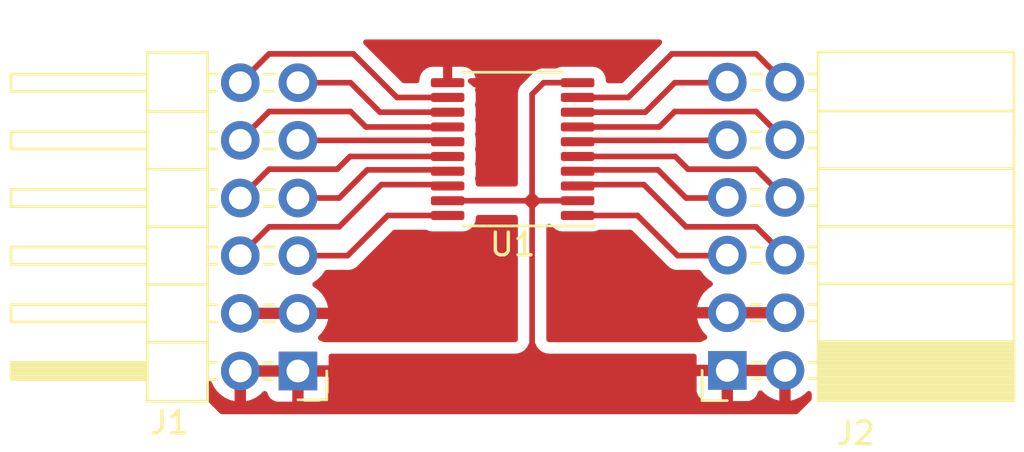
<source format=kicad_pcb>
(kicad_pcb (version 20221018) (generator pcbnew)
  (layers (0 "F.Cu" signal) (31 "B.Cu" signal) (34 "B.Paste" user) (35 "F.Paste" user) (36 "B.SilkS" user "B.Silkscreen") (37 "F.SilkS" user "F.Silkscreen") (38 "B.Mask" user) (39 "F.Mask" user) (44 "Edge.Cuts" user))
  (net 0 "")
  (net 1 "+3V3")
  (net 2 "GND")
  (net 3 "Net-(J1-Pin_5)")
  (net 4 "Net-(J1-Pin_6)")
  (net 5 "Net-(J1-Pin_7)")
  (net 6 "Net-(J1-Pin_8)")
  (net 7 "Net-(J1-Pin_9)")
  (net 8 "Net-(J1-Pin_10)")
  (net 9 "Net-(J1-Pin_11)")
  (net 10 "Net-(J1-Pin_12)")
  (net 11 "Net-(J2-Pin_5)")
  (net 12 "Net-(J2-Pin_6)")
  (net 13 "Net-(J2-Pin_7)")
  (net 14 "Net-(J2-Pin_8)")
  (net 15 "Net-(J2-Pin_9)")
  (net 16 "Net-(J2-Pin_10)")
  (net 17 "Net-(J2-Pin_11)")
  (net 18 "Net-(J2-Pin_12)")
  (footprint "Package_SO:TSSOP-20_4.4x6.5mm_P0.65mm" (layer "F.Cu") (at 127.1575 79.125 180)
    (fp_text reference "U1" (at 0 -4.2) (layer "F.SilkS"))
    (fp_text value "TXB0108PWR")
    (fp_line (start 0 -3.385) (end -3.6 -3.385) (stroke (width 0.12)) (layer "F.SilkS"))
    (fp_line (start 0 -3.385) (end 2.2 -3.385) (stroke (width 0.12)) (layer "F.SilkS"))
    (fp_line (start 0 3.385) (end -2.2 3.385) (stroke (width 0.12)) (layer "F.SilkS"))
    (fp_line (start 0 3.385) (end 2.2 3.385) (stroke (width 0.12)) (layer "F.SilkS"))
    (pad "1" smd roundrect (at -2.8625 -2.925 180) (size 1.475 0.4) (layers "F.Cu" "F.Paste" "F.Mask") (net 11 "Net-(J2-Pin_5)"))
    (pad "2" smd roundrect (at -2.8625 -2.275 180) (size 1.475 0.4) (layers "F.Cu" "F.Paste" "F.Mask") (net 1 "+3V3"))
    (pad "3" smd roundrect (at -2.8625 -1.625 180) (size 1.475 0.4) (layers "F.Cu" "F.Paste" "F.Mask") (net 12 "Net-(J2-Pin_6)"))
    (pad "4" smd roundrect (at -2.8625 -0.975 180) (size 1.475 0.4) (layers "F.Cu" "F.Paste" "F.Mask") (net 13 "Net-(J2-Pin_7)"))
    (pad "5" smd roundrect (at -2.8625 -0.325 180) (size 1.475 0.4) (layers "F.Cu" "F.Paste" "F.Mask") (net 14 "Net-(J2-Pin_8)"))
    (pad "6" smd roundrect (at -2.8625 0.325 180) (size 1.475 0.4) (layers "F.Cu" "F.Paste" "F.Mask") (net 15 "Net-(J2-Pin_9)"))
    (pad "7" smd roundrect (at -2.8625 0.975 180) (size 1.475 0.4) (layers "F.Cu" "F.Paste" "F.Mask") (net 16 "Net-(J2-Pin_10)"))
    (pad "8" smd roundrect (at -2.8625 1.625 180) (size 1.475 0.4) (layers "F.Cu" "F.Paste" "F.Mask") (net 17 "Net-(J2-Pin_11)"))
    (pad "9" smd roundrect (at -2.8625 2.275 180) (size 1.475 0.4) (layers "F.Cu" "F.Paste" "F.Mask") (net 18 "Net-(J2-Pin_12)"))
    (pad "10" smd roundrect (at -2.8625 2.925 180) (size 1.475 0.4) (layers "F.Cu" "F.Paste" "F.Mask") (net 1 "+3V3"))
    (pad "11" smd roundrect (at 2.8625 2.925 180) (size 1.475 0.4) (layers "F.Cu" "F.Paste" "F.Mask") (net 2 "GND"))
    (pad "12" smd roundrect (at 2.8625 2.275 180) (size 1.475 0.4) (layers "F.Cu" "F.Paste" "F.Mask") (net 10 "Net-(J1-Pin_12)"))
    (pad "13" smd roundrect (at 2.8625 1.625 180) (size 1.475 0.4) (layers "F.Cu" "F.Paste" "F.Mask") (net 9 "Net-(J1-Pin_11)"))
    (pad "14" smd roundrect (at 2.8625 0.975 180) (size 1.475 0.4) (layers "F.Cu" "F.Paste" "F.Mask") (net 8 "Net-(J1-Pin_10)"))
    (pad "15" smd roundrect (at 2.8625 0.325 180) (size 1.475 0.4) (layers "F.Cu" "F.Paste" "F.Mask") (net 7 "Net-(J1-Pin_9)"))
    (pad "16" smd roundrect (at 2.8625 -0.325 180) (size 1.475 0.4) (layers "F.Cu" "F.Paste" "F.Mask") (net 6 "Net-(J1-Pin_8)"))
    (pad "17" smd roundrect (at 2.8625 -0.975 180) (size 1.475 0.4) (layers "F.Cu" "F.Paste" "F.Mask") (net 5 "Net-(J1-Pin_7)"))
    (pad "18" smd roundrect (at 2.8625 -1.625 180) (size 1.475 0.4) (layers "F.Cu" "F.Paste" "F.Mask") (net 4 "Net-(J1-Pin_6)"))
    (pad "19" smd roundrect (at 2.8625 -2.275 180) (size 1.475 0.4) (layers "F.Cu" "F.Paste" "F.Mask") (net 1 "+3V3"))
    (pad "20" smd roundrect (at 2.8625 -2.925 180) (size 1.475 0.4) (layers "F.Cu" "F.Paste" "F.Mask") (net 3 "Net-(J1-Pin_5)"))
  )
  (footprint "Connector_PinHeader_2.54mm:PinHeader_2x06_P2.54mm_Horizontal" (layer "F.Cu") (at 117.7 88.9 180)
    (fp_text reference "J1" (at 5.655 -2.27) (layer "F.SilkS"))
    (fp_text value "Conn_01x12")
    (fp_line (start -1.27 -1.27) (end 0 -1.27) (stroke (width 0.12)) (layer "F.SilkS"))
    (fp_line (start -1.27 0) (end -1.27 -1.27) (stroke (width 0.12)) (layer "F.SilkS"))
    (fp_line (start 1.042929 2.16) (end 1.497071 2.16) (stroke (width 0.12)) (layer "F.SilkS"))
    (fp_line (start 1.042929 2.92) (end 1.497071 2.92) (stroke (width 0.12)) (layer "F.SilkS"))
    (fp_line (start 1.042929 4.7) (end 1.497071 4.7) (stroke (width 0.12)) (layer "F.SilkS"))
    (fp_line (start 1.042929 5.46) (end 1.497071 5.46) (stroke (width 0.12)) (layer "F.SilkS"))
    (fp_line (start 1.042929 7.24) (end 1.497071 7.24) (stroke (width 0.12)) (layer "F.SilkS"))
    (fp_line (start 1.042929 8) (end 1.497071 8) (stroke (width 0.12)) (layer "F.SilkS"))
    (fp_line (start 1.042929 9.78) (end 1.497071 9.78) (stroke (width 0.12)) (layer "F.SilkS"))
    (fp_line (start 1.042929 10.54) (end 1.497071 10.54) (stroke (width 0.12)) (layer "F.SilkS"))
    (fp_line (start 1.042929 12.32) (end 1.497071 12.32) (stroke (width 0.12)) (layer "F.SilkS"))
    (fp_line (start 1.042929 13.08) (end 1.497071 13.08) (stroke (width 0.12)) (layer "F.SilkS"))
    (fp_line (start 1.11 -0.38) (end 1.497071 -0.38) (stroke (width 0.12)) (layer "F.SilkS"))
    (fp_line (start 1.11 0.38) (end 1.497071 0.38) (stroke (width 0.12)) (layer "F.SilkS"))
    (fp_line (start 3.582929 -0.38) (end 3.98 -0.38) (stroke (width 0.12)) (layer "F.SilkS"))
    (fp_line (start 3.582929 0.38) (end 3.98 0.38) (stroke (width 0.12)) (layer "F.SilkS"))
    (fp_line (start 3.582929 2.16) (end 3.98 2.16) (stroke (width 0.12)) (layer "F.SilkS"))
    (fp_line (start 3.582929 2.92) (end 3.98 2.92) (stroke (width 0.12)) (layer "F.SilkS"))
    (fp_line (start 3.582929 4.7) (end 3.98 4.7) (stroke (width 0.12)) (layer "F.SilkS"))
    (fp_line (start 3.582929 5.46) (end 3.98 5.46) (stroke (width 0.12)) (layer "F.SilkS"))
    (fp_line (start 3.582929 7.24) (end 3.98 7.24) (stroke (width 0.12)) (layer "F.SilkS"))
    (fp_line (start 3.582929 8) (end 3.98 8) (stroke (width 0.12)) (layer "F.SilkS"))
    (fp_line (start 3.582929 9.78) (end 3.98 9.78) (stroke (width 0.12)) (layer "F.SilkS"))
    (fp_line (start 3.582929 10.54) (end 3.98 10.54) (stroke (width 0.12)) (layer "F.SilkS"))
    (fp_line (start 3.582929 12.32) (end 3.98 12.32) (stroke (width 0.12)) (layer "F.SilkS"))
    (fp_line (start 3.582929 13.08) (end 3.98 13.08) (stroke (width 0.12)) (layer "F.SilkS"))
    (fp_line (start 3.98 -1.33) (end 3.98 14.03) (stroke (width 0.12)) (layer "F.SilkS"))
    (fp_line (start 3.98 1.27) (end 6.64 1.27) (stroke (width 0.12)) (layer "F.SilkS"))
    (fp_line (start 3.98 3.81) (end 6.64 3.81) (stroke (width 0.12)) (layer "F.SilkS"))
    (fp_line (start 3.98 6.35) (end 6.64 6.35) (stroke (width 0.12)) (layer "F.SilkS"))
    (fp_line (start 3.98 8.89) (end 6.64 8.89) (stroke (width 0.12)) (layer "F.SilkS"))
    (fp_line (start 3.98 11.43) (end 6.64 11.43) (stroke (width 0.12)) (layer "F.SilkS"))
    (fp_line (start 3.98 14.03) (end 6.64 14.03) (stroke (width 0.12)) (layer "F.SilkS"))
    (fp_line (start 6.64 -1.33) (end 3.98 -1.33) (stroke (width 0.12)) (layer "F.SilkS"))
    (fp_line (start 6.64 -0.38) (end 12.64 -0.38) (stroke (width 0.12)) (layer "F.SilkS"))
    (fp_line (start 6.64 -0.32) (end 12.64 -0.32) (stroke (width 0.12)) (layer "F.SilkS"))
    (fp_line (start 6.64 -0.2) (end 12.64 -0.2) (stroke (width 0.12)) (layer "F.SilkS"))
    (fp_line (start 6.64 -0.08) (end 12.64 -0.08) (stroke (width 0.12)) (layer "F.SilkS"))
    (fp_line (start 6.64 0.04) (end 12.64 0.04) (stroke (width 0.12)) (layer "F.SilkS"))
    (fp_line (start 6.64 0.16) (end 12.64 0.16) (stroke (width 0.12)) (layer "F.SilkS"))
    (fp_line (start 6.64 0.28) (end 12.64 0.28) (stroke (width 0.12)) (layer "F.SilkS"))
    (fp_line (start 6.64 2.16) (end 12.64 2.16) (stroke (width 0.12)) (layer "F.SilkS"))
    (fp_line (start 6.64 4.7) (end 12.64 4.7) (stroke (width 0.12)) (layer "F.SilkS"))
    (fp_line (start 6.64 7.24) (end 12.64 7.24) (stroke (width 0.12)) (layer "F.SilkS"))
    (fp_line (start 6.64 9.78) (end 12.64 9.78) (stroke (width 0.12)) (layer "F.SilkS"))
    (fp_line (start 6.64 12.32) (end 12.64 12.32) (stroke (width 0.12)) (layer "F.SilkS"))
    (fp_line (start 6.64 14.03) (end 6.64 -1.33) (stroke (width 0.12)) (layer "F.SilkS"))
    (fp_line (start 12.64 -0.38) (end 12.64 0.38) (stroke (width 0.12)) (layer "F.SilkS"))
    (fp_line (start 12.64 0.38) (end 6.64 0.38) (stroke (width 0.12)) (layer "F.SilkS"))
    (fp_line (start 12.64 2.16) (end 12.64 2.92) (stroke (width 0.12)) (layer "F.SilkS"))
    (fp_line (start 12.64 2.92) (end 6.64 2.92) (stroke (width 0.12)) (layer "F.SilkS"))
    (fp_line (start 12.64 4.7) (end 12.64 5.46) (stroke (width 0.12)) (layer "F.SilkS"))
    (fp_line (start 12.64 5.46) (end 6.64 5.46) (stroke (width 0.12)) (layer "F.SilkS"))
    (fp_line (start 12.64 7.24) (end 12.64 8) (stroke (width 0.12)) (layer "F.SilkS"))
    (fp_line (start 12.64 8) (end 6.64 8) (stroke (width 0.12)) (layer "F.SilkS"))
    (fp_line (start 12.64 9.78) (end 12.64 10.54) (stroke (width 0.12)) (layer "F.SilkS"))
    (fp_line (start 12.64 10.54) (end 6.64 10.54) (stroke (width 0.12)) (layer "F.SilkS"))
    (fp_line (start 12.64 12.32) (end 12.64 13.08) (stroke (width 0.12)) (layer "F.SilkS"))
    (fp_line (start 12.64 13.08) (end 6.64 13.08) (stroke (width 0.12)) (layer "F.SilkS"))
    (pad "1" thru_hole rect locked (at 0 0 180) (size 1.7 1.7) (drill 1) (layers "*.Cu" "*.Mask") (net 1 "+3V3"))
    (pad "2" thru_hole oval locked (at 2.54 0 180) (size 1.7 1.7) (drill 1) (layers "*.Cu" "*.Mask") (net 1 "+3V3"))
    (pad "3" thru_hole oval locked (at 0 2.54 180) (size 1.7 1.7) (drill 1) (layers "*.Cu" "*.Mask") (net 2 "GND"))
    (pad "4" thru_hole oval locked (at 2.54 2.54 180) (size 1.7 1.7) (drill 1) (layers "*.Cu" "*.Mask") (net 2 "GND"))
    (pad "5" thru_hole oval locked (at 0 5.08 180) (size 1.7 1.7) (drill 1) (layers "*.Cu" "*.Mask") (net 3 "Net-(J1-Pin_5)"))
    (pad "6" thru_hole oval locked (at 2.54 5.08 180) (size 1.7 1.7) (drill 1) (layers "*.Cu" "*.Mask") (net 4 "Net-(J1-Pin_6)"))
    (pad "7" thru_hole oval locked (at 0 7.62 180) (size 1.7 1.7) (drill 1) (layers "*.Cu" "*.Mask") (net 5 "Net-(J1-Pin_7)"))
    (pad "8" thru_hole oval locked (at 2.54 7.62 180) (size 1.7 1.7) (drill 1) (layers "*.Cu" "*.Mask") (net 6 "Net-(J1-Pin_8)"))
    (pad "9" thru_hole oval locked (at 0 10.16 180) (size 1.7 1.7) (drill 1) (layers "*.Cu" "*.Mask") (net 7 "Net-(J1-Pin_9)"))
    (pad "10" thru_hole oval locked (at 2.54 10.16 180) (size 1.7 1.7) (drill 1) (layers "*.Cu" "*.Mask") (net 8 "Net-(J1-Pin_10)"))
    (pad "11" thru_hole oval locked (at 0 12.7 180) (size 1.7 1.7) (drill 1) (layers "*.Cu" "*.Mask") (net 9 "Net-(J1-Pin_11)"))
    (pad "12" thru_hole oval locked (at 2.54 12.7 180) (size 1.7 1.7) (drill 1) (layers "*.Cu" "*.Mask") (net 10 "Net-(J1-Pin_12)"))
  )
  (footprint "Connector_PinSocket_2.54mm:PinSocket_2x06_P2.54mm_Horizontal" (layer "F.Cu") (at 136.615 88.875 180)
    (fp_text reference "J2" (at -5.65 -2.77) (layer "F.SilkS"))
    (fp_text value "Conn_01x12")
    (fp_line (start -12.63 -1.33) (end -12.63 14.03) (stroke (width 0.12)) (layer "F.SilkS"))
    (fp_line (start -12.63 -1.33) (end -4 -1.33) (stroke (width 0.12)) (layer "F.SilkS"))
    (fp_line (start -12.63 -1.21) (end -4 -1.21) (stroke (width 0.12)) (layer "F.SilkS"))
    (fp_line (start -12.63 -1.091905) (end -4 -1.091905) (stroke (width 0.12)) (layer "F.SilkS"))
    (fp_line (start -12.63 -0.97381) (end -4 -0.97381) (stroke (width 0.12)) (layer "F.SilkS"))
    (fp_line (start -12.63 -0.855715) (end -4 -0.855715) (stroke (width 0.12)) (layer "F.SilkS"))
    (fp_line (start -12.63 -0.73762) (end -4 -0.73762) (stroke (width 0.12)) (layer "F.SilkS"))
    (fp_line (start -12.63 -0.619525) (end -4 -0.619525) (stroke (width 0.12)) (layer "F.SilkS"))
    (fp_line (start -12.63 -0.50143) (end -4 -0.50143) (stroke (width 0.12)) (layer "F.SilkS"))
    (fp_line (start -12.63 -0.383335) (end -4 -0.383335) (stroke (width 0.12)) (layer "F.SilkS"))
    (fp_line (start -12.63 -0.26524) (end -4 -0.26524) (stroke (width 0.12)) (layer "F.SilkS"))
    (fp_line (start -12.63 -0.147145) (end -4 -0.147145) (stroke (width 0.12)) (layer "F.SilkS"))
    (fp_line (start -12.63 -0.02905) (end -4 -0.02905) (stroke (width 0.12)) (layer "F.SilkS"))
    (fp_line (start -12.63 0.089045) (end -4 0.089045) (stroke (width 0.12)) (layer "F.SilkS"))
    (fp_line (start -12.63 0.20714) (end -4 0.20714) (stroke (width 0.12)) (layer "F.SilkS"))
    (fp_line (start -12.63 0.325235) (end -4 0.325235) (stroke (width 0.12)) (layer "F.SilkS"))
    (fp_line (start -12.63 0.44333) (end -4 0.44333) (stroke (width 0.12)) (layer "F.SilkS"))
    (fp_line (start -12.63 0.561425) (end -4 0.561425) (stroke (width 0.12)) (layer "F.SilkS"))
    (fp_line (start -12.63 0.67952) (end -4 0.67952) (stroke (width 0.12)) (layer "F.SilkS"))
    (fp_line (start -12.63 0.797615) (end -4 0.797615) (stroke (width 0.12)) (layer "F.SilkS"))
    (fp_line (start -12.63 0.91571) (end -4 0.91571) (stroke (width 0.12)) (layer "F.SilkS"))
    (fp_line (start -12.63 1.033805) (end -4 1.033805) (stroke (width 0.12)) (layer "F.SilkS"))
    (fp_line (start -12.63 1.1519) (end -4 1.1519) (stroke (width 0.12)) (layer "F.SilkS"))
    (fp_line (start -12.63 1.27) (end -4 1.27) (stroke (width 0.12)) (layer "F.SilkS"))
    (fp_line (start -12.63 3.81) (end -4 3.81) (stroke (width 0.12)) (layer "F.SilkS"))
    (fp_line (start -12.63 6.35) (end -4 6.35) (stroke (width 0.12)) (layer "F.SilkS"))
    (fp_line (start -12.63 8.89) (end -4 8.89) (stroke (width 0.12)) (layer "F.SilkS"))
    (fp_line (start -12.63 11.43) (end -4 11.43) (stroke (width 0.12)) (layer "F.SilkS"))
    (fp_line (start -12.63 14.03) (end -4 14.03) (stroke (width 0.12)) (layer "F.SilkS"))
    (fp_line (start -4 -1.33) (end -4 14.03) (stroke (width 0.12)) (layer "F.SilkS"))
    (fp_line (start -4 -0.36) (end -3.59 -0.36) (stroke (width 0.12)) (layer "F.SilkS"))
    (fp_line (start -4 0.36) (end -3.59 0.36) (stroke (width 0.12)) (layer "F.SilkS"))
    (fp_line (start -4 2.18) (end -3.59 2.18) (stroke (width 0.12)) (layer "F.SilkS"))
    (fp_line (start -4 2.9) (end -3.59 2.9) (stroke (width 0.12)) (layer "F.SilkS"))
    (fp_line (start -4 4.72) (end -3.59 4.72) (stroke (width 0.12)) (layer "F.SilkS"))
    (fp_line (start -4 5.44) (end -3.59 5.44) (stroke (width 0.12)) (layer "F.SilkS"))
    (fp_line (start -4 7.26) (end -3.59 7.26) (stroke (width 0.12)) (layer "F.SilkS"))
    (fp_line (start -4 7.98) (end -3.59 7.98) (stroke (width 0.12)) (layer "F.SilkS"))
    (fp_line (start -4 9.8) (end -3.59 9.8) (stroke (width 0.12)) (layer "F.SilkS"))
    (fp_line (start -4 10.52) (end -3.59 10.52) (stroke (width 0.12)) (layer "F.SilkS"))
    (fp_line (start -4 12.34) (end -3.59 12.34) (stroke (width 0.12)) (layer "F.SilkS"))
    (fp_line (start -4 13.06) (end -3.59 13.06) (stroke (width 0.12)) (layer "F.SilkS"))
    (fp_line (start -1.49 -0.36) (end -1.11 -0.36) (stroke (width 0.12)) (layer "F.SilkS"))
    (fp_line (start -1.49 0.36) (end -1.11 0.36) (stroke (width 0.12)) (layer "F.SilkS"))
    (fp_line (start -1.49 2.18) (end -1.05 2.18) (stroke (width 0.12)) (layer "F.SilkS"))
    (fp_line (start -1.49 2.9) (end -1.05 2.9) (stroke (width 0.12)) (layer "F.SilkS"))
    (fp_line (start -1.49 4.72) (end -1.05 4.72) (stroke (width 0.12)) (layer "F.SilkS"))
    (fp_line (start -1.49 5.44) (end -1.05 5.44) (stroke (width 0.12)) (layer "F.SilkS"))
    (fp_line (start -1.49 7.26) (end -1.05 7.26) (stroke (width 0.12)) (layer "F.SilkS"))
    (fp_line (start -1.49 7.98) (end -1.05 7.98) (stroke (width 0.12)) (layer "F.SilkS"))
    (fp_line (start -1.49 9.8) (end -1.05 9.8) (stroke (width 0.12)) (layer "F.SilkS"))
    (fp_line (start -1.49 10.52) (end -1.05 10.52) (stroke (width 0.12)) (layer "F.SilkS"))
    (fp_line (start -1.49 12.34) (end -1.05 12.34) (stroke (width 0.12)) (layer "F.SilkS"))
    (fp_line (start -1.49 13.06) (end -1.05 13.06) (stroke (width 0.12)) (layer "F.SilkS"))
    (fp_line (start 0 -1.33) (end 1.11 -1.33) (stroke (width 0.12)) (layer "F.SilkS"))
    (fp_line (start 1.11 -1.33) (end 1.11 0) (stroke (width 0.12)) (layer "F.SilkS"))
    (pad "1" thru_hole rect locked (at 0 0 180) (size 1.7 1.7) (drill 1) (layers "*.Cu" "*.Mask") (net 1 "+3V3"))
    (pad "2" thru_hole oval locked (at -2.54 0 180) (size 1.7 1.7) (drill 1) (layers "*.Cu" "*.Mask") (net 1 "+3V3"))
    (pad "3" thru_hole oval locked (at 0 2.54 180) (size 1.7 1.7) (drill 1) (layers "*.Cu" "*.Mask") (net 2 "GND"))
    (pad "4" thru_hole oval locked (at -2.54 2.54 180) (size 1.7 1.7) (drill 1) (layers "*.Cu" "*.Mask") (net 2 "GND"))
    (pad "5" thru_hole oval locked (at 0 5.08 180) (size 1.7 1.7) (drill 1) (layers "*.Cu" "*.Mask") (net 11 "Net-(J2-Pin_5)"))
    (pad "6" thru_hole oval locked (at -2.54 5.08 180) (size 1.7 1.7) (drill 1) (layers "*.Cu" "*.Mask") (net 12 "Net-(J2-Pin_6)"))
    (pad "7" thru_hole oval locked (at 0 7.62 180) (size 1.7 1.7) (drill 1) (layers "*.Cu" "*.Mask") (net 13 "Net-(J2-Pin_7)"))
    (pad "8" thru_hole oval locked (at -2.54 7.62 180) (size 1.7 1.7) (drill 1) (layers "*.Cu" "*.Mask") (net 14 "Net-(J2-Pin_8)"))
    (pad "9" thru_hole oval locked (at 0 10.16 180) (size 1.7 1.7) (drill 1) (layers "*.Cu" "*.Mask") (net 15 "Net-(J2-Pin_9)"))
    (pad "10" thru_hole oval locked (at -2.54 10.16 180) (size 1.7 1.7) (drill 1) (layers "*.Cu" "*.Mask") (net 16 "Net-(J2-Pin_10)"))
    (pad "11" thru_hole oval locked (at 0 12.7 180) (size 1.7 1.7) (drill 1) (layers "*.Cu" "*.Mask") (net 17 "Net-(J2-Pin_11)"))
    (pad "12" thru_hole oval locked (at -2.54 12.7 180) (size 1.7 1.7) (drill 1) (layers "*.Cu" "*.Mask") (net 18 "Net-(J2-Pin_12)"))
  )
  (segment (start 127.762 81.407) (end 128.016 81.661) (width 0.25) (layer "F.Cu") (net 1))
  (segment (start 128.27 81.407) (end 128.27 81.4) (width 0.25) (layer "F.Cu") (net 1))
  (segment (start 128.016 81.153) (end 128.016 81.661) (width 0.25) (layer "F.Cu") (net 1))
  (segment (start 128.016 82.296) (end 128.016 89.535) (width 0.25) (layer "F.Cu") (net 1))
  (segment (start 128.27 81.407) (end 128.016 81.153) (width 0.25) (layer "F.Cu") (net 1))
  (segment (start 127.762 81.4) (end 124.295 81.4) (width 0.25) (layer "F.Cu") (net 1))
  (segment (start 128.016 81.153) (end 127.769 81.4) (width 0.25) (layer "F.Cu") (net 1))
  (segment (start 130.02 81.4) (end 128.27 81.4) (width 0.25) (layer "F.Cu") (net 1))
  (segment (start 127.769 81.4) (end 127.762 81.4) (width 0.25) (layer "F.Cu") (net 1))
  (segment (start 128.27 81.4) (end 127.762 81.4) (width 0.25) (layer "F.Cu") (net 1))
  (segment (start 128.016 81.661) (end 128.27 81.407) (width 0.25) (layer "F.Cu") (net 1))
  (segment (start 130.02 76.2) (end 128.524 76.2) (width 0.25) (layer "F.Cu") (net 1))
  (segment (start 128.016 76.708) (end 128.016 81.153) (width 0.25) (layer "F.Cu") (net 1))
  (segment (start 128.016 81.661) (end 128.016 82.296) (width 0.25) (layer "F.Cu") (net 1))
  (segment (start 127.762 81.4) (end 127.762 81.407) (width 0.25) (layer "F.Cu") (net 1))
  (segment (start 128.524 76.2) (end 128.016 76.708) (width 0.25) (layer "F.Cu") (net 1))
  (segment (start 121.658 82.05) (end 119.888 83.82) (width 0.25) (layer "F.Cu") (net 3))
  (segment (start 124.295 82.05) (end 121.658 82.05) (width 0.25) (layer "F.Cu") (net 3))
  (segment (start 119.888 83.82) (end 117.7 83.82) (width 0.25) (layer "F.Cu") (net 3))
  (segment (start 119.515 82.55) (end 116.43 82.55) (width 0.25) (layer "F.Cu") (net 4))
  (segment (start 121.375 80.69) (end 119.515 82.55) (width 0.25) (layer "F.Cu") (net 4))
  (segment (start 124.355 80.69) (end 121.375 80.69) (width 0.25) (layer "F.Cu") (net 4))
  (segment (start 116.43 82.55) (end 115.16 83.82) (width 0.25) (layer "F.Cu") (net 4))
  (segment (start 124.355 80.04) (end 120.755 80.04) (width 0.25) (layer "F.Cu") (net 5))
  (segment (start 120.755 80.04) (end 119.515 81.28) (width 0.25) (layer "F.Cu") (net 5))
  (segment (start 119.515 81.28) (end 117.7 81.28) (width 0.25) (layer "F.Cu") (net 5))
  (segment (start 119.992 79.45) (end 119.432 80.01) (width 0.25) (layer "F.Cu") (net 6))
  (segment (start 119.432 80.01) (end 116.43 80.01) (width 0.25) (layer "F.Cu") (net 6))
  (segment (start 116.43 80.01) (end 115.16 81.28) (width 0.25) (layer "F.Cu") (net 6))
  (segment (start 124.295 79.45) (end 119.992 79.45) (width 0.25) (layer "F.Cu") (net 6))
  (segment (start 124.295 78.8) (end 124.235 78.74) (width 0.25) (layer "F.Cu") (net 7))
  (segment (start 124.235 78.74) (end 117.7 78.74) (width 0.25) (layer "F.Cu") (net 7))
  (segment (start 116.43 77.47) (end 115.16 78.74) (width 0.25) (layer "F.Cu") (net 8))
  (segment (start 120.695 78.15) (end 120.015 77.47) (width 0.25) (layer "F.Cu") (net 8))
  (segment (start 124.295 78.15) (end 120.695 78.15) (width 0.25) (layer "F.Cu") (net 8))
  (segment (start 120.015 77.47) (end 116.43 77.47) (width 0.25) (layer "F.Cu") (net 8))
  (segment (start 121.315 77.5) (end 124.295 77.5) (width 0.25) (layer "F.Cu") (net 9))
  (segment (start 117.7 76.2) (end 120.015 76.2) (width 0.25) (layer "F.Cu") (net 9))
  (segment (start 120.015 76.2) (end 121.315 77.5) (width 0.25) (layer "F.Cu") (net 9))
  (segment (start 120.142 74.93) (end 116.43 74.93) (width 0.25) (layer "F.Cu") (net 10))
  (segment (start 116.43 74.93) (end 115.16 76.2) (width 0.25) (layer "F.Cu") (net 10))
  (segment (start 124.295 76.85) (end 122.062 76.85) (width 0.25) (layer "F.Cu") (net 10))
  (segment (start 122.062 76.85) (end 120.142 74.93) (width 0.25) (layer "F.Cu") (net 10))
  (segment (start 130.02 82.05) (end 132.657 82.05) (width 0.25) (layer "F.Cu") (net 11))
  (segment (start 132.657 82.05) (end 134.427 83.82) (width 0.25) (layer "F.Cu") (net 11))
  (segment (start 134.427 83.82) (end 136.615 83.82) (width 0.25) (layer "F.Cu") (net 11))
  (segment (start 132.94 80.69) (end 134.8 82.55) (width 0.25) (layer "F.Cu") (net 12))
  (segment (start 134.8 82.55) (end 137.885 82.55) (width 0.25) (layer "F.Cu") (net 12))
  (segment (start 129.96 80.69) (end 132.94 80.69) (width 0.25) (layer "F.Cu") (net 12))
  (segment (start 137.885 82.55) (end 139.155 83.82) (width 0.25) (layer "F.Cu") (net 12))
  (segment (start 133.56 80.04) (end 134.8 81.28) (width 0.25) (layer "F.Cu") (net 13))
  (segment (start 134.8 81.28) (end 136.615 81.28) (width 0.25) (layer "F.Cu") (net 13))
  (segment (start 129.96 80.04) (end 133.56 80.04) (width 0.25) (layer "F.Cu") (net 13))
  (segment (start 137.885 80.01) (end 139.155 81.28) (width 0.25) (layer "F.Cu") (net 14))
  (segment (start 134.883 80.01) (end 137.885 80.01) (width 0.25) (layer "F.Cu") (net 14))
  (segment (start 134.323 79.45) (end 134.883 80.01) (width 0.25) (layer "F.Cu") (net 14))
  (segment (start 130.02 79.45) (end 134.323 79.45) (width 0.25) (layer "F.Cu") (net 14))
  (segment (start 130.02 78.8) (end 130.08 78.74) (width 0.25) (layer "F.Cu") (net 15))
  (segment (start 130.08 78.74) (end 136.615 78.74) (width 0.25) (layer "F.Cu") (net 15))
  (segment (start 130.02 78.15) (end 133.62 78.15) (width 0.25) (layer "F.Cu") (net 16))
  (segment (start 137.885 77.47) (end 139.155 78.74) (width 0.25) (layer "F.Cu") (net 16))
  (segment (start 134.3 77.47) (end 137.885 77.47) (width 0.25) (layer "F.Cu") (net 16))
  (segment (start 133.62 78.15) (end 134.3 77.47) (width 0.25) (layer "F.Cu") (net 16))
  (segment (start 133 77.5) (end 130.02 77.5) (width 0.25) (layer "F.Cu") (net 17))
  (segment (start 134.3 76.2) (end 133 77.5) (width 0.25) (layer "F.Cu") (net 17))
  (segment (start 136.615 76.2) (end 134.3 76.2) (width 0.25) (layer "F.Cu") (net 17))
  (segment (start 132.253 76.85) (end 134.173 74.93) (width 0.25) (layer "F.Cu") (net 18))
  (segment (start 137.885 74.93) (end 139.155 76.2) (width 0.25) (layer "F.Cu") (net 18))
  (segment (start 130.02 76.85) (end 132.253 76.85) (width 0.25) (layer "F.Cu") (net 18))
  (segment (start 134.173 74.93) (end 137.885 74.93) (width 0.25) (layer "F.Cu") (net 18))
  (zone (net 1) (net_name "+3V3") (layer "F.Cu") (connect_pads (clearance 0.5)) (min_thickness 0.25) (fill yes (thermal_gap 0.5) (thermal_bridge_width 0.5))
    (polygon (pts (xy 114.3 87.63) (xy 113.665 88.265) (xy 113.665 90.17) (xy 114.3 90.805) (xy 139.7 90.805) (xy 140.335 90.17) (xy 140.335 88.265) (xy 139.7 87.63)))
  )
  (zone (net 2) (net_name "GND") (layer "F.Cu") (priority 1) (connect_pads (clearance 0.5)) (min_thickness 0.25) (fill yes (thermal_gap 0.5) (thermal_bridge_width 0.5))
    (polygon (pts (xy 114.3 87.63) (xy 113.665 86.995) (xy 113.665 74.93) (xy 114.3 74.295) (xy 139.7 74.295) (xy 140.335 74.93) (xy 140.335 86.995) (xy 139.7 87.63)))
  )
)
</source>
